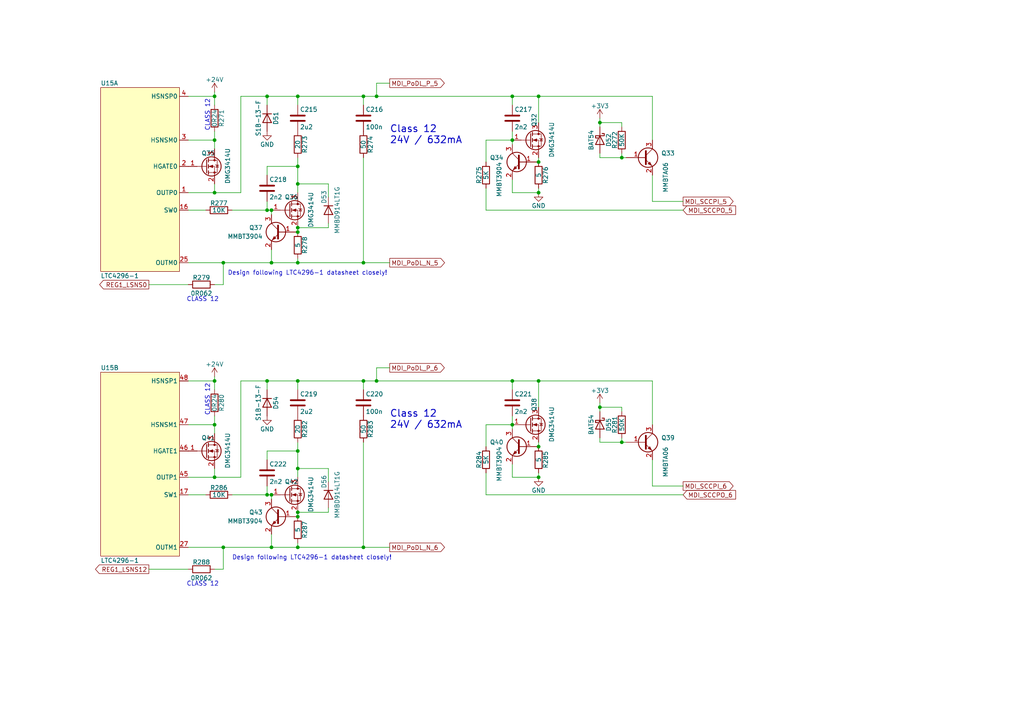
<source format=kicad_sch>
(kicad_sch (version 20211123) (generator eeschema)
  (paper "A4")
  (title_block (title "Open Hardware 10Base-T1L Switch") (date "2023-04-07") (rev "REV A") (company "Peter Heinrich") (comment 1 "Open Hardware License CERN-OHL-P v2") (comment 2 "https://github.com/peterheinrich/Open_10Base-T1L_Switch"))
  (lib_symbols
    (symbol "Device:C" (pin_numbers hide) (pin_names (offset 0.254))
      (property "Reference" "C" (at 0.635 2.54 0))
      (property "Value" "C" (at 0.635 -2.54 0))
      (symbol "C_0_1"
        (polyline (pts (xy -2.032 -0.762) (xy 2.032 -0.762)) (stroke (width 0.508)))
        (polyline (pts (xy -2.032 0.762) (xy 2.032 0.762)) (stroke (width 0.508)))
      )
      (symbol "C_1_1"
        (pin passive line (at 0 3.81 270) (length 2.794) (name "~") (number "1"))
        (pin passive line (at 0 -3.81 90) (length 2.794) (name "~") (number "2"))
      )
    )
    (symbol "Device:D" (pin_numbers hide) (pin_names (offset 1.016) hide)
      (property "Reference" "D" (at 0 2.54 0))
      (property "Value" "D" (at 0 -2.54 0))
      (symbol "D_0_1"
        (polyline (pts (xy -1.27 1.27) (xy -1.27 -1.27)) (stroke (width 0.254)))
        (polyline (pts (xy 1.27 0) (xy -1.27 0)))
        (polyline (pts (xy 1.27 1.27) (xy 1.27 -1.27) (xy -1.27 0) (xy 1.27 1.27)) (stroke (width 0.254)))
      )
      (symbol "D_1_1"
        (pin passive line (at -3.81 0 0) (length 2.54) (name "K") (number "1"))
        (pin passive line (at 3.81 0 180) (length 2.54) (name "A") (number "2"))
      )
    )
    (symbol "Device:D_Schottky" (pin_numbers hide) (pin_names (offset 1.016) hide)
      (property "Reference" "D" (at 0 2.54 0))
      (property "Value" "D_Schottky" (at 0 -2.54 0))
      (symbol "D_Schottky_0_1"
        (polyline (pts (xy 1.27 0) (xy -1.27 0)))
        (polyline (pts (xy 1.27 1.27) (xy 1.27 -1.27) (xy -1.27 0) (xy 1.27 1.27)) (stroke (width 0.254)))
        (polyline (pts (xy -1.905 0.635) (xy -1.905 1.27) (xy -1.27 1.27) (xy -1.27 -1.27) (xy -0.635 -1.27) (xy -0.635 -0.635)) (stroke (width 0.254)))
      )
      (symbol "D_Schottky_1_1"
        (pin passive line (at -3.81 0 0) (length 2.54) (name "K") (number "1"))
        (pin passive line (at 3.81 0 180) (length 2.54) (name "A") (number "2"))
      )
    )
    (symbol "Device:Q_NMOS_GSD" (pin_names (offset 0) hide)
      (property "Reference" "Q" (at 5.08 1.27 0))
      (property "Value" "Q_NMOS_GSD" (at 5.08 -1.27 0))
      (symbol "Q_NMOS_GSD_0_1"
        (polyline (pts (xy 0.254 0) (xy -2.54 0)))
        (polyline (pts (xy 0.254 1.905) (xy 0.254 -1.905)) (stroke (width 0.254)))
        (polyline (pts (xy 0.762 -1.27) (xy 0.762 -2.286)) (stroke (width 0.254)))
        (polyline (pts (xy 0.762 0.508) (xy 0.762 -0.508)) (stroke (width 0.254)))
        (polyline (pts (xy 0.762 2.286) (xy 0.762 1.27)) (stroke (width 0.254)))
        (polyline (pts (xy 2.54 2.54) (xy 2.54 1.778)))
        (polyline (pts (xy 2.54 -2.54) (xy 2.54 0) (xy 0.762 0)))
        (polyline (pts (xy 0.762 -1.778) (xy 3.302 -1.778) (xy 3.302 1.778) (xy 0.762 1.778)))
        (polyline (pts (xy 1.016 0) (xy 2.032 0.381) (xy 2.032 -0.381) (xy 1.016 0)) (fill (type outline)))
        (polyline (pts (xy 2.794 0.508) (xy 2.921 0.381) (xy 3.683 0.381) (xy 3.81 0.254)))
        (polyline (pts (xy 3.302 0.381) (xy 2.921 -0.254) (xy 3.683 -0.254) (xy 3.302 0.381)))
        (circle (center 1.651 0) (radius 2.794) (stroke (width 0.254)))
        (circle (center 2.54 -1.778) (radius 0.254) (fill (type outline)))
        (circle (center 2.54 1.778) (radius 0.254) (fill (type outline)))
      )
      (symbol "Q_NMOS_GSD_1_1"
        (pin input line (at -5.08 0 0) (length 2.54) (name "G") (number "1"))
        (pin passive line (at 2.54 -5.08 90) (length 2.54) (name "S") (number "2"))
        (pin passive line (at 2.54 5.08 270) (length 2.54) (name "D") (number "3"))
      )
    )
    (symbol "Device:Q_NPN_BEC" (pin_names (offset 0) hide)
      (property "Reference" "Q" (at 5.08 1.27 0))
      (property "Value" "Q_NPN_BEC" (at 5.08 -1.27 0))
      (symbol "Q_NPN_BEC_0_1"
        (polyline (pts (xy 0.635 0.635) (xy 2.54 2.54)))
        (polyline (pts (xy 0.635 -0.635) (xy 2.54 -2.54) (xy 2.54 -2.54)))
        (polyline (pts (xy 0.635 1.905) (xy 0.635 -1.905) (xy 0.635 -1.905)) (stroke (width 0.508)))
        (polyline (pts (xy 1.27 -1.778) (xy 1.778 -1.27) (xy 2.286 -2.286) (xy 1.27 -1.778) (xy 1.27 -1.778)) (fill (type outline)))
        (circle (center 1.27 0) (radius 2.8194) (stroke (width 0.254)))
      )
      (symbol "Q_NPN_BEC_1_1"
        (pin input line (at -5.08 0 0) (length 5.715) (name "B") (number "1"))
        (pin passive line (at 2.54 -5.08 90) (length 2.54) (name "E") (number "2"))
        (pin passive line (at 2.54 5.08 270) (length 2.54) (name "C") (number "3"))
      )
    )
    (symbol "Device:R" (pin_numbers hide) (pin_names (offset 0))
      (property "Reference" "R" (at 2.032 0 90))
      (property "Value" "R" (at 0 0 90))
      (symbol "R_0_1"
        (rectangle (start -1.016 -2.54) (end 1.016 2.54) (stroke (width 0.254)))
      )
      (symbol "R_1_1"
        (pin passive line (at 0 3.81 270) (length 1.27) (name "~") (number "1"))
        (pin passive line (at 0 -3.81 90) (length 1.27) (name "~") (number "2"))
      )
    )
    (symbol "LTC4296-1:LTC4296-1"
      (property "Reference" "U" (at 0 1.27 0))
      (property "Value" "LTC4296-1" (at 0 -54.61 0))
      (symbol "LTC4296-1_0_1"
        (rectangle (start 0 0) (end 22.86 -53.34) (fill (type background)))
      )
      (symbol "LTC4296-1_1_1"
        (pin output line (at 25.4 -30.48 180) (length 2.54) (name "OUTP0") (number "1"))
        (pin output line (at 25.4 -35.56 180) (length 2.54) (name "SW0") (number "16"))
        (pin output line (at 25.4 -22.86 180) (length 2.54) (name "HGATE0") (number "2"))
        (pin output line (at 25.4 -50.8 180) (length 2.54) (name "OUTM0") (number "25"))
        (pin input line (at 25.4 -15.24 180) (length 2.54) (name "HSNSM0") (number "3"))
        (pin input line (at 25.4 -2.54 180) (length 2.54) (name "HSNSP0") (number "4"))
      )
      (symbol "LTC4296-1_2_1"
        (pin output line (at 25.4 -35.56 180) (length 2.54) (name "SW1") (number "17"))
        (pin output line (at 25.4 -50.8 180) (length 2.54) (name "OUTM1") (number "27"))
        (pin output line (at 25.4 -30.48 180) (length 2.54) (name "OUTP1") (number "45"))
        (pin output line (at 25.4 -22.86 180) (length 2.54) (name "HGATE1") (number "46"))
        (pin input line (at 25.4 -15.24 180) (length 2.54) (name "HSNSM1") (number "47"))
        (pin input line (at 25.4 -2.54 180) (length 2.54) (name "HSNSP1") (number "48"))
      )
      (symbol "LTC4296-1_3_1"
        (pin output line (at 25.4 -35.56 180) (length 2.54) (name "SW2") (number "18"))
        (pin output line (at 25.4 -50.8 180) (length 2.54) (name "OUTM2") (number "29"))
        (pin output line (at 25.4 -30.48 180) (length 2.54) (name "OUTP2") (number "41"))
        (pin output line (at 25.4 -22.86 180) (length 2.54) (name "HGATE2") (number "42"))
        (pin input line (at 25.4 -15.24 180) (length 2.54) (name "HSNSM2") (number "43"))
        (pin input line (at 25.4 -2.54 180) (length 2.54) (name "HSNSP2") (number "44"))
      )
      (symbol "LTC4296-1_4_1"
        (pin output line (at 25.4 -35.56 180) (length 2.54) (name "SW3") (number "19"))
        (pin output line (at 25.4 -50.8 180) (length 2.54) (name "OUTM3") (number "30"))
        (pin output line (at 25.4 -30.48 180) (length 2.54) (name "OUTP3") (number "37"))
        (pin output line (at 25.4 -22.86 180) (length 2.54) (name "HGATE3") (number "38"))
        (pin input line (at 25.4 -15.24 180) (length 2.54) (name "HSNSM3") (number "39"))
        (pin input line (at 25.4 -2.54 180) (length 2.54) (name "HSNSP3") (number "40"))
      )
      (symbol "LTC4296-1_5_1"
        (pin output line (at 25.4 -35.56 180) (length 2.54) (name "SW4") (number "20"))
        (pin output line (at 25.4 -50.8 180) (length 2.54) (name "OUTM4") (number "32"))
        (pin output line (at 25.4 -30.48 180) (length 2.54) (name "OUTP4") (number "33"))
        (pin output line (at 25.4 -22.86 180) (length 2.54) (name "HGATE4") (number "34"))
        (pin input line (at 25.4 -15.24 180) (length 2.54) (name "HSNSM4") (number "35"))
        (pin input line (at 25.4 -2.54 180) (length 2.54) (name "HSNSP4") (number "36"))
      )
      (symbol "LTC4296-1_6_1"
        (pin output line (at -2.54 -20.32 0) (length 2.54) (name "SDO") (number "10"))
        (pin input line (at -2.54 -15.24 0) (length 2.54) (name "SCK") (number "11"))
        (pin input line (at -2.54 -22.86 0) (length 2.54) (name "nCS") (number "12"))
        (pin input line (at 25.4 -2.54 180) (length 2.54) (name "AUTO") (number "13"))
        (pin bidirectional line (at 25.4 -5.08 180) (length 2.54) (name "WAKEUP") (number "14"))
        (pin input line (at 25.4 -17.78 180) (length 2.54) (name "NC") (number "15"))
        (pin power_in line (at -2.54 -38.1 0) (length 2.54) (name "GND") (number "21"))
        (pin input line (at -2.54 -25.4 0) (length 2.54) (name "RT") (number "22"))
        (pin output line (at -2.54 -50.8 0) (length 2.54) (name "LGATE") (number "23"))
        (pin input line (at -2.54 -43.18 0) (length 2.54) (name "LSRC") (number "24"))
        (pin input line (at 25.4 -45.72 180) (length 2.54) (name "LSNS0") (number "26"))
        (pin input line (at 25.4 -48.26 180) (length 2.54) (name "LSNS1/LSNS2") (number "28"))
        (pin input line (at 25.4 -50.8 180) (length 2.54) (name "LSNS3/LSNS4") (number "31"))
        (pin power_in line (at -2.54 -40.64 0) (length 2.54) (name "GND") (number "49"))
        (pin input line (at 25.4 -15.24 180) (length 2.54) (name "NC") (number "5"))
        (pin power_in line (at -2.54 -2.54 0) (length 2.54) (name "IN") (number "6"))
        (pin bidirectional line (at -2.54 -10.16 0) (length 2.54) (name "CPO") (number "7"))
        (pin bidirectional line (at 25.4 -7.62 180) (length 2.54) (name "INT") (number "8"))
        (pin input line (at -2.54 -17.78 0) (length 2.54) (name "SDI") (number "9"))
      )
    )
    (symbol "power:+24V" (power) (pin_names (offset 0))
      (property "Value" "+24V" (at 0 3.556 0))
      (symbol "+24V_0_1"
        (polyline (pts (xy -0.762 1.27) (xy 0 2.54)))
        (polyline (pts (xy 0 0) (xy 0 2.54)))
        (polyline (pts (xy 0 2.54) (xy 0.762 1.27)))
      )
      (symbol "+24V_1_1"
        (pin power_in line (at 0 0 90) (length 0) hide (name "+24V") (number "1"))
      )
    )
    (symbol "power:+3V3" (power) (pin_names (offset 0))
      (property "Value" "+3V3" (at 0 3.556 0))
      (symbol "+3V3_0_1"
        (polyline (pts (xy -0.762 1.27) (xy 0 2.54)))
        (polyline (pts (xy 0 0) (xy 0 2.54)))
        (polyline (pts (xy 0 2.54) (xy 0.762 1.27)))
      )
      (symbol "+3V3_1_1"
        (pin power_in line (at 0 0 90) (length 0) hide (name "+3V3") (number "1"))
      )
    )
    (symbol "power:GND" (power) (pin_names (offset 0))
      (property "Value" "GND" (at 0 -3.81 0))
      (symbol "GND_0_1"
        (polyline (pts (xy 0 0) (xy 0 -1.27) (xy 1.27 -1.27) (xy 0 -2.54) (xy -1.27 -1.27) (xy 0 -1.27)))
      )
      (symbol "GND_1_1"
        (pin power_in line (at 0 0 270) (length 0) hide (name "GND") (number "1"))
      )
    )
  )
  (junction (at 86.36 149.86))
  (junction (at 78.74 60.96))
  (junction (at 156.21 55.88))
  (junction (at 105.41 110.49))
  (junction (at 105.41 27.94))
  (junction (at 105.41 158.75))
  (junction (at 78.74 76.2))
  (junction (at 77.47 143.51))
  (junction (at 148.59 27.94))
  (junction (at 180.34 45.72))
  (junction (at 62.23 55.88))
  (junction (at 180.34 128.27))
  (junction (at 148.59 40.64))
  (junction (at 86.36 66.04))
  (junction (at 62.23 110.49))
  (junction (at 78.74 143.51))
  (junction (at 86.36 110.49))
  (junction (at 77.47 60.96))
  (junction (at 64.77 76.2))
  (junction (at 109.22 110.49))
  (junction (at 86.36 48.26))
  (junction (at 62.23 27.94))
  (junction (at 86.36 27.94))
  (junction (at 148.59 123.19))
  (junction (at 62.23 123.19))
  (junction (at 148.59 110.49))
  (junction (at 156.21 129.54))
  (junction (at 156.21 138.43))
  (junction (at 86.36 67.31))
  (junction (at 62.23 40.64))
  (junction (at 86.36 135.89))
  (junction (at 77.47 27.94))
  (junction (at 86.36 158.75))
  (junction (at 109.22 27.94))
  (junction (at 173.99 35.56))
  (junction (at 173.99 118.11))
  (junction (at 86.36 53.34))
  (junction (at 105.41 76.2))
  (junction (at 156.21 46.99))
  (junction (at 86.36 76.2))
  (junction (at 156.21 110.49))
  (junction (at 77.47 110.49))
  (junction (at 86.36 130.81))
  (junction (at 62.23 138.43))
  (junction (at 156.21 27.94))
  (junction (at 86.36 148.59))
  (junction (at 78.74 158.75))
  (junction (at 64.77 158.75))
  (wire (pts (xy 148.59 38.1) (xy 148.59 40.64)))
  (wire (pts (xy 156.21 27.94) (xy 156.21 35.56)))
  (wire (pts (xy 62.23 138.43) (xy 69.85 138.43)))
  (wire (pts (xy 148.59 55.88) (xy 156.21 55.88)))
  (wire (pts (xy 86.36 76.2) (xy 105.41 76.2)))
  (wire (pts (xy 156.21 54.61) (xy 156.21 55.88)))
  (wire (pts (xy 105.41 110.49) (xy 105.41 113.03)))
  (wire (pts (xy 105.41 27.94) (xy 105.41 30.48)))
  (wire (pts (xy 148.59 138.43) (xy 156.21 138.43)))
  (wire (pts (xy 86.36 110.49) (xy 86.36 113.03)))
  (wire (pts (xy 86.36 130.81) (xy 86.36 135.89)))
  (wire (pts (xy 148.59 41.91) (xy 148.59 40.64)))
  (wire (pts (xy 180.34 128.27) (xy 173.99 128.27)))
  (wire (pts (xy 86.36 148.59) (xy 95.25 148.59)))
  (wire (pts (xy 54.61 27.94) (xy 62.23 27.94)))
  (wire (pts (xy 77.47 143.51) (xy 78.74 143.51)))
  (wire (pts (xy 95.25 147.32) (xy 95.25 148.59)))
  (wire (pts (xy 95.25 57.15) (xy 95.25 53.34)))
  (wire (pts (xy 86.36 158.75) (xy 105.41 158.75)))
  (wire (pts (xy 54.61 143.51) (xy 59.69 143.51)))
  (wire (pts (xy 77.47 50.8) (xy 77.47 48.26)))
  (wire (pts (xy 86.36 53.34) (xy 95.25 53.34)))
  (wire (pts (xy 77.47 60.96) (xy 78.74 60.96)))
  (wire (pts (xy 95.25 64.77) (xy 95.25 66.04)))
  (wire (pts (xy 77.47 140.97) (xy 77.47 143.51)))
  (wire (pts (xy 140.97 60.96) (xy 198.12 60.96)))
  (wire (pts (xy 69.85 55.88) (xy 69.85 27.94)))
  (wire (pts (xy 86.36 45.72) (xy 86.36 48.26)))
  (wire (pts (xy 140.97 129.54) (xy 140.97 123.19)))
  (wire (pts (xy 54.61 110.49) (xy 62.23 110.49)))
  (wire (pts (xy 54.61 158.75) (xy 64.77 158.75)))
  (wire (pts (xy 148.59 113.03) (xy 148.59 110.49)))
  (wire (pts (xy 148.59 30.48) (xy 148.59 27.94)))
  (wire (pts (xy 156.21 46.99) (xy 156.21 45.72)))
  (wire (pts (xy 173.99 119.38) (xy 173.99 118.11)))
  (wire (pts (xy 105.41 27.94) (xy 109.22 27.94)))
  (wire (pts (xy 181.61 128.27) (xy 180.34 128.27)))
  (wire (pts (xy 78.74 144.78) (xy 78.74 143.51)))
  (wire (pts (xy 86.36 48.26) (xy 86.36 53.34)))
  (wire (pts (xy 109.22 27.94) (xy 148.59 27.94)))
  (wire (pts (xy 86.36 149.86) (xy 86.36 148.59)))
  (wire (pts (xy 180.34 35.56) (xy 180.34 36.83)))
  (wire (pts (xy 62.23 40.64) (xy 54.61 40.64)))
  (wire (pts (xy 189.23 50.8) (xy 189.23 58.42)))
  (wire (pts (xy 148.59 110.49) (xy 156.21 110.49)))
  (wire (pts (xy 180.34 127) (xy 180.34 128.27)))
  (wire (pts (xy 109.22 106.68) (xy 109.22 110.49)))
  (wire (pts (xy 181.61 45.72) (xy 180.34 45.72)))
  (wire (pts (xy 54.61 138.43) (xy 62.23 138.43)))
  (wire (pts (xy 148.59 27.94) (xy 156.21 27.94)))
  (wire (pts (xy 86.36 74.93) (xy 86.36 76.2)))
  (wire (pts (xy 77.47 130.81) (xy 86.36 130.81)))
  (wire (pts (xy 105.41 110.49) (xy 109.22 110.49)))
  (wire (pts (xy 173.99 128.27) (xy 173.99 127)))
  (wire (pts (xy 64.77 76.2) (xy 78.74 76.2)))
  (wire (pts (xy 109.22 24.13) (xy 109.22 27.94)))
  (wire (pts (xy 86.36 135.89) (xy 95.25 135.89)))
  (wire (pts (xy 86.36 66.04) (xy 95.25 66.04)))
  (wire (pts (xy 43.18 82.55) (xy 54.61 82.55)))
  (wire (pts (xy 173.99 118.11) (xy 180.34 118.11)))
  (wire (pts (xy 62.23 123.19) (xy 54.61 123.19)))
  (wire (pts (xy 78.74 76.2) (xy 86.36 76.2)))
  (wire (pts (xy 77.47 133.35) (xy 77.47 130.81)))
  (wire (pts (xy 62.23 38.1) (xy 62.23 40.64)))
  (wire (pts (xy 95.25 139.7) (xy 95.25 135.89)))
  (wire (pts (xy 173.99 36.83) (xy 173.99 35.56)))
  (wire (pts (xy 156.21 110.49) (xy 156.21 118.11)))
  (wire (pts (xy 77.47 110.49) (xy 77.47 113.03)))
  (wire (pts (xy 173.99 45.72) (xy 173.99 44.45)))
  (wire (pts (xy 62.23 40.64) (xy 62.23 43.18)))
  (wire (pts (xy 180.34 45.72) (xy 173.99 45.72)))
  (wire (pts (xy 78.74 158.75) (xy 86.36 158.75)))
  (wire (pts (xy 86.36 27.94) (xy 86.36 30.48)))
  (wire (pts (xy 140.97 143.51) (xy 198.12 143.51)))
  (wire (pts (xy 62.23 110.49) (xy 62.23 113.03)))
  (wire (pts (xy 140.97 123.19) (xy 148.59 123.19)))
  (wire (pts (xy 62.23 120.65) (xy 62.23 123.19)))
  (wire (pts (xy 62.23 138.43) (xy 62.23 135.89)))
  (wire (pts (xy 173.99 116.84) (xy 173.99 118.11)))
  (wire (pts (xy 113.03 106.68) (xy 109.22 106.68)))
  (wire (pts (xy 140.97 40.64) (xy 148.59 40.64)))
  (wire (pts (xy 62.23 109.22) (xy 62.23 110.49)))
  (wire (pts (xy 54.61 76.2) (xy 64.77 76.2)))
  (wire (pts (xy 148.59 124.46) (xy 148.59 123.19)))
  (wire (pts (xy 62.23 26.67) (xy 62.23 27.94)))
  (wire (pts (xy 156.21 110.49) (xy 189.23 110.49)))
  (wire (pts (xy 109.22 110.49) (xy 148.59 110.49)))
  (wire (pts (xy 105.41 158.75) (xy 105.41 128.27)))
  (wire (pts (xy 62.23 55.88) (xy 69.85 55.88)))
  (wire (pts (xy 86.36 27.94) (xy 105.41 27.94)))
  (wire (pts (xy 64.77 165.1) (xy 64.77 158.75)))
  (wire (pts (xy 86.36 157.48) (xy 86.36 158.75)))
  (wire (pts (xy 156.21 27.94) (xy 189.23 27.94)))
  (wire (pts (xy 77.47 27.94) (xy 86.36 27.94)))
  (wire (pts (xy 62.23 123.19) (xy 62.23 125.73)))
  (wire (pts (xy 86.36 128.27) (xy 86.36 130.81)))
  (wire (pts (xy 78.74 62.23) (xy 78.74 60.96)))
  (wire (pts (xy 86.36 53.34) (xy 86.36 55.88)))
  (wire (pts (xy 86.36 135.89) (xy 86.36 138.43)))
  (wire (pts (xy 173.99 35.56) (xy 180.34 35.56)))
  (wire (pts (xy 62.23 82.55) (xy 64.77 82.55)))
  (wire (pts (xy 62.23 27.94) (xy 62.23 30.48)))
  (wire (pts (xy 180.34 118.11) (xy 180.34 119.38)))
  (wire (pts (xy 62.23 55.88) (xy 62.23 53.34)))
  (wire (pts (xy 77.47 48.26) (xy 86.36 48.26)))
  (wire (pts (xy 105.41 76.2) (xy 105.41 45.72)))
  (wire (pts (xy 86.36 67.31) (xy 86.36 66.04)))
  (wire (pts (xy 140.97 137.16) (xy 140.97 143.51)))
  (wire (pts (xy 189.23 133.35) (xy 189.23 140.97)))
  (wire (pts (xy 54.61 55.88) (xy 62.23 55.88)))
  (wire (pts (xy 64.77 158.75) (xy 78.74 158.75)))
  (wire (pts (xy 148.59 120.65) (xy 148.59 123.19)))
  (wire (pts (xy 140.97 54.61) (xy 140.97 60.96)))
  (wire (pts (xy 43.18 165.1) (xy 54.61 165.1)))
  (wire (pts (xy 77.47 110.49) (xy 86.36 110.49)))
  (wire (pts (xy 69.85 138.43) (xy 69.85 110.49)))
  (wire (pts (xy 78.74 154.94) (xy 78.74 158.75)))
  (wire (pts (xy 140.97 46.99) (xy 140.97 40.64)))
  (wire (pts (xy 189.23 58.42) (xy 198.12 58.42)))
  (wire (pts (xy 69.85 27.94) (xy 77.47 27.94)))
  (wire (pts (xy 64.77 82.55) (xy 64.77 76.2)))
  (wire (pts (xy 67.31 60.96) (xy 77.47 60.96)))
  (wire (pts (xy 156.21 137.16) (xy 156.21 138.43)))
  (wire (pts (xy 86.36 110.49) (xy 105.41 110.49)))
  (wire (pts (xy 77.47 27.94) (xy 77.47 30.48)))
  (wire (pts (xy 189.23 27.94) (xy 189.23 40.64)))
  (wire (pts (xy 105.41 158.75) (xy 113.03 158.75)))
  (wire (pts (xy 54.61 60.96) (xy 59.69 60.96)))
  (wire (pts (xy 148.59 52.07) (xy 148.59 55.88)))
  (wire (pts (xy 78.74 72.39) (xy 78.74 76.2)))
  (wire (pts (xy 156.21 129.54) (xy 156.21 128.27)))
  (wire (pts (xy 105.41 76.2) (xy 113.03 76.2)))
  (wire (pts (xy 173.99 34.29) (xy 173.99 35.56)))
  (wire (pts (xy 189.23 110.49) (xy 189.23 123.19)))
  (wire (pts (xy 77.47 58.42) (xy 77.47 60.96)))
  (wire (pts (xy 113.03 24.13) (xy 109.22 24.13)))
  (wire (pts (xy 189.23 140.97) (xy 198.12 140.97)))
  (wire (pts (xy 180.34 44.45) (xy 180.34 45.72)))
  (wire (pts (xy 69.85 110.49) (xy 77.47 110.49)))
  (wire (pts (xy 148.59 134.62) (xy 148.59 138.43)))
  (wire (pts (xy 62.23 165.1) (xy 64.77 165.1)))
  (wire (pts (xy 67.31 143.51) (xy 77.47 143.51)))
  (text "CLASS 12" (at 60.96 120.65 90) (effects (font (size 1.27 1.27)) (justify left bottom)))
  (text "CLASS 12" (at 60.96 38.1 90) (effects (font (size 1.27 1.27)) (justify left bottom)))
  (text "CLASS 12\n" (at 63.5 170.18 180) (effects (font (size 1.27 1.27)) (justify right bottom)))
  (text "Design following LTC4296-1 datasheet closely!" (at 66.04 80.01 0) (effects (font (size 1.27 1.27)) (justify left bottom)))
  (text "Class 12\n24V / 632mA" (at 113.03 124.46 0) (effects (font (size 2 2) (thickness 0.254) bold) (justify left bottom)))
  (text "Class 12\n24V / 632mA" (at 113.03 41.91 0) (effects (font (size 2 2) (thickness 0.254) bold) (justify left bottom)))
  (text "CLASS 12\n" (at 63.5 87.63 180) (effects (font (size 1.27 1.27)) (justify right bottom)))
  (text "Design following LTC4296-1 datasheet closely!" (at 67.31 162.56 0) (effects (font (size 1.27 1.27)) (justify left bottom)))
  (global_label "MDI_PoDL_N_6" (shape output) (at 113.03 158.75 0) (property "Intersheet References" "${INTERSHEET_REFS}" (effects hide)))
  (global_label "MDI_SCCPO_6" (shape input) (at 198.12 143.51 0) (property "Intersheet References" "${INTERSHEET_REFS}" (effects hide)))
  (global_label "REG1_LSNS12" (shape output) (at 43.18 165.1 180) (property "Intersheet References" "${INTERSHEET_REFS}" (effects hide)))
  (global_label "REG1_LSNS0" (shape output) (at 43.18 82.55 180) (property "Intersheet References" "${INTERSHEET_REFS}" (effects hide)))
  (global_label "MDI_PoDL_N_5" (shape output) (at 113.03 76.2 0) (property "Intersheet References" "${INTERSHEET_REFS}" (effects hide)))
  (global_label "MDI_SCCPO_5" (shape input) (at 198.12 60.96 0) (property "Intersheet References" "${INTERSHEET_REFS}" (effects hide)))
  (global_label "MDI_SCCPI_5" (shape output) (at 198.12 58.42 0) (property "Intersheet References" "${INTERSHEET_REFS}" (effects hide)))
  (global_label "MDI_SCCPI_6" (shape output) (at 198.12 140.97 0) (property "Intersheet References" "${INTERSHEET_REFS}" (effects hide)))
  (global_label "MDI_PoDL_P_5" (shape output) (at 113.03 24.13 0) (property "Intersheet References" "${INTERSHEET_REFS}" (effects hide)))
  (global_label "MDI_PoDL_P_6" (shape output) (at 113.03 106.68 0) (property "Intersheet References" "${INTERSHEET_REFS}" (effects hide)))
  (symbol (lib_id "power:GND") (at 156.21 55.88 0) (unit 1)
    (property "Reference" "#PWR0212" (effects hide))
    (property "Value" "GND" (at 156.21 59.69 0))
  )
  (symbol (lib_id "power:+24V") (at 62.23 109.22 0) (unit 1)
    (property "Reference" "#PWR0213" (effects hide))
    (property "Value" "+24V" (at 62.23 105.664 0))
  )
  (symbol (lib_id "Device:C") (at 105.41 34.29 0) (unit 1)
    (property "Reference" "C216" (at 106.045 31.75 0) (effects (justify left)))
    (property "Value" "100n" (at 106.045 36.83 0) (effects (justify left)))
    (property "Footprint" "Capacitor_SMD:C_0603_1608Metric" (effects hide))
  )
  (symbol (lib_id "Device:Q_NMOS_GSD") (at 83.82 143.51 0) (unit 1)
    (property "Reference" "Q42" (at 82.55 139.7 0) (effects (justify left)))
    (property "Value" "DMG3414U" (at 90.17 148.59 90) (effects (justify left)))
    (property "Footprint" "Package_TO_SOT_SMD:SOT-23" (effects hide))
  )
  (symbol (lib_id "Device:D") (at 95.25 60.96 270) (unit 1)
    (property "Reference" "D53" (at 93.98 57.15 0))
    (property "Value" "MMBD914LT1G" (at 97.79 60.96 0))
    (property "Footprint" "MMBD914L:SOT-23-DIODE" (effects hide))
  )
  (symbol (lib_id "Device:Q_NMOS_GSD") (at 153.67 123.19 0) (unit 1)
    (property "Reference" "Q38" (at 154.94 119.38 90) (effects (justify left)))
    (property "Value" "DMG3414U" (at 160.02 128.27 90) (effects (justify left)))
    (property "Footprint" "Package_TO_SOT_SMD:SOT-23" (effects hide))
  )
  (symbol (lib_id "Device:Q_NMOS_GSD") (at 153.67 40.64 0) (unit 1)
    (property "Reference" "Q32" (at 154.94 36.83 90) (effects (justify left)))
    (property "Value" "DMG3414U" (at 160.02 45.72 90) (effects (justify left)))
    (property "Footprint" "Package_TO_SOT_SMD:SOT-23" (effects hide))
  )
  (symbol (lib_id "Device:R") (at 180.34 123.19 180) (unit 1)
    (property "Reference" "R281" (at 178.308 123.19 90))
    (property "Value" "50K" (at 180.34 123.19 90))
    (property "Footprint" "Resistor_SMD:R_0603_1608Metric" (effects hide))
  )
  (symbol (lib_id "Device:R") (at 140.97 50.8 180) (unit 1)
    (property "Reference" "R275" (at 138.938 50.8 90))
    (property "Value" "5K" (at 140.97 50.8 90))
    (property "Footprint" "Resistor_SMD:R_0603_1608Metric" (effects hide))
  )
  (symbol (lib_id "Device:C") (at 86.36 34.29 0) (unit 1)
    (property "Reference" "C215" (at 86.995 31.75 0) (effects (justify left)))
    (property "Value" "2u2" (at 86.995 36.83 0) (effects (justify left)))
    (property "Footprint" "Capacitor_SMD:C_0603_1608Metric" (effects hide))
  )
  (symbol (lib_id "Device:Q_NPN_BEC") (at 151.13 46.99 0) (mirror y) (unit 1)
    (property "Reference" "Q34" (at 146.05 45.72 0) (effects (justify left)))
    (property "Value" "MMBT3904" (at 144.78 57.15 90) (effects (justify left)))
    (property "Footprint" "Package_TO_SOT_SMD:SOT-23" (effects hide))
  )
  (symbol (lib_id "power:+24V") (at 62.23 26.67 0) (unit 1)
    (property "Reference" "#PWR0209" (effects hide))
    (property "Value" "+24V" (at 62.23 23.114 0))
  )
  (symbol (lib_id "Device:R") (at 63.5 60.96 90) (unit 1)
    (property "Reference" "R277" (at 63.5 58.928 90))
    (property "Value" "10K" (at 63.5 60.96 90))
    (property "Footprint" "Resistor_SMD:R_0603_1608Metric" (effects hide))
  )
  (symbol (lib_id "Device:Q_NPN_BEC") (at 151.13 129.54 0) (mirror y) (unit 1)
    (property "Reference" "Q40" (at 146.05 128.27 0) (effects (justify left)))
    (property "Value" "MMBT3904" (at 144.78 139.7 90) (effects (justify left)))
    (property "Footprint" "Package_TO_SOT_SMD:SOT-23" (effects hide))
  )
  (symbol (lib_id "LTC4296-1:LTC4296-1") (at 29.21 25.4 0) (unit 1)
    (property "Reference" "U15" (at 29.21 24.13 0) (effects (justify left)))
    (property "Value" "LTC4296-1" (at 29.21 80.01 0) (effects (justify left)))
    (property "Footprint" "Package_DFN_QFN:QFN-48-1EP_7x7mm_P0.5mm_EP5.3x5.3mm_ThermalVias" (effects hide))
    (property "Datasheet" "https://www.analog.com/media/en/technical-documentation/data-sheets/ltc4296-1.pdf" (effects hide))
  )
  (symbol (lib_id "Device:C") (at 86.36 116.84 0) (unit 1)
    (property "Reference" "C219" (at 86.995 114.3 0) (effects (justify left)))
    (property "Value" "2u2" (at 86.995 119.38 0) (effects (justify left)))
    (property "Footprint" "Capacitor_SMD:C_0603_1608Metric" (effects hide))
  )
  (symbol (lib_id "Device:C") (at 77.47 54.61 0) (unit 1)
    (property "Reference" "C218" (at 78.105 52.07 0) (effects (justify left)))
    (property "Value" "2n2" (at 78.105 57.15 0) (effects (justify left)))
    (property "Footprint" "Capacitor_SMD:C_0603_1608Metric" (effects hide))
  )
  (symbol (lib_id "Device:R") (at 105.41 124.46 0) (unit 1)
    (property "Reference" "R283" (at 107.442 124.46 90))
    (property "Value" "50" (at 105.41 124.46 90))
    (property "Footprint" "Resistor_SMD:R_1206_3216Metric" (effects hide))
  )
  (symbol (lib_id "Device:Q_NMOS_GSD") (at 59.69 48.26 0) (unit 1)
    (property "Reference" "Q35" (at 58.42 44.45 0) (effects (justify left)))
    (property "Value" "DMG3414U" (at 66.04 53.34 90) (effects (justify left)))
    (property "Footprint" "Package_TO_SOT_SMD:SOT-23" (effects hide))
  )
  (symbol (lib_id "Device:R") (at 156.21 50.8 0) (unit 1)
    (property "Reference" "R276" (at 158.242 50.8 90))
    (property "Value" "5" (at 156.21 50.8 90))
    (property "Footprint" "Resistor_SMD:R_1206_3216Metric" (effects hide))
  )
  (symbol (lib_id "Device:R") (at 86.36 41.91 0) (unit 1)
    (property "Reference" "R273" (at 88.392 41.91 90))
    (property "Value" "20" (at 86.36 41.91 90))
    (property "Footprint" "Resistor_SMD:R_1206_3216Metric" (effects hide))
  )
  (symbol (lib_id "Device:C") (at 105.41 116.84 0) (unit 1)
    (property "Reference" "C220" (at 106.045 114.3 0) (effects (justify left)))
    (property "Value" "100n" (at 106.045 119.38 0) (effects (justify left)))
    (property "Footprint" "Capacitor_SMD:C_0603_1608Metric" (effects hide))
  )
  (symbol (lib_id "Device:Q_NPN_BEC") (at 186.69 128.27 0) (unit 1)
    (property "Reference" "Q39" (at 191.77 127 0) (effects (justify left)))
    (property "Value" "MMBTA06" (at 193.04 138.43 90) (effects (justify left)))
    (property "Footprint" "Package_TO_SOT_SMD:SOT-23" (effects hide))
  )
  (symbol (lib_id "power:GND") (at 77.47 120.65 0) (unit 1)
    (property "Reference" "#PWR0215" (effects hide))
    (property "Value" "GND" (at 77.47 124.46 0))
  )
  (symbol (lib_id "Device:R") (at 105.41 41.91 0) (unit 1)
    (property "Reference" "R274" (at 107.442 41.91 90))
    (property "Value" "50" (at 105.41 41.91 90))
    (property "Footprint" "Resistor_SMD:R_1206_3216Metric" (effects hide))
  )
  (symbol (lib_id "Device:D_Schottky") (at 173.99 40.64 270) (unit 1)
    (property "Reference" "D52" (at 176.53 40.64 0))
    (property "Value" "BAT54" (at 171.45 40.64 0))
    (property "Footprint" "BAT54:SOT-23-DIODE" (effects hide))
  )
  (symbol (lib_id "Device:R") (at 62.23 116.84 0) (unit 1)
    (property "Reference" "R280" (at 64.262 116.84 90))
    (property "Value" "0R24" (at 62.23 116.84 90))
    (property "Footprint" "Resistor_SMD:R_1206_3216Metric" (effects hide))
  )
  (symbol (lib_id "Device:C") (at 77.47 137.16 0) (unit 1)
    (property "Reference" "C222" (at 78.105 134.62 0) (effects (justify left)))
    (property "Value" "2n2" (at 78.105 139.7 0) (effects (justify left)))
    (property "Footprint" "Capacitor_SMD:C_0603_1608Metric" (effects hide))
  )
  (symbol (lib_id "LTC4296-1:LTC4296-1") (at 29.21 107.95 0) (unit 2)
    (property "Reference" "U15" (at 29.21 106.68 0) (effects (justify left)))
    (property "Value" "LTC4296-1" (at 29.21 162.56 0) (effects (justify left)))
    (property "Footprint" "Package_DFN_QFN:QFN-48-1EP_7x7mm_P0.5mm_EP5.3x5.3mm_ThermalVias" (effects hide))
    (property "Datasheet" "https://www.analog.com/media/en/technical-documentation/data-sheets/ltc4296-1.pdf" (effects hide))
  )
  (symbol (lib_id "Device:C") (at 148.59 116.84 0) (unit 1)
    (property "Reference" "C221" (at 149.225 114.3 0) (effects (justify left)))
    (property "Value" "2n2" (at 149.225 119.38 0) (effects (justify left)))
    (property "Footprint" "Capacitor_SMD:C_0603_1608Metric" (effects hide))
  )
  (symbol (lib_id "Device:Q_NPN_BEC") (at 186.69 45.72 0) (unit 1)
    (property "Reference" "Q33" (at 191.77 44.45 0) (effects (justify left)))
    (property "Value" "MMBTA06" (at 193.04 55.88 90) (effects (justify left)))
    (property "Footprint" "Package_TO_SOT_SMD:SOT-23" (effects hide))
  )
  (symbol (lib_id "Device:R") (at 62.23 34.29 0) (unit 1)
    (property "Reference" "R271" (at 64.262 34.29 90))
    (property "Value" "0R24" (at 62.23 34.29 90))
    (property "Footprint" "Resistor_SMD:R_1206_3216Metric" (effects hide))
  )
  (symbol (lib_id "power:+3V3") (at 173.99 34.29 0) (unit 1)
    (property "Reference" "#PWR0210" (effects hide))
    (property "Value" "+3V3" (at 173.99 30.734 0))
  )
  (symbol (lib_id "power:+3V3") (at 173.99 116.84 0) (unit 1)
    (property "Reference" "#PWR0214" (effects hide))
    (property "Value" "+3V3" (at 173.99 113.284 0))
  )
  (symbol (lib_id "Device:R") (at 156.21 133.35 0) (unit 1)
    (property "Reference" "R285" (at 158.242 133.35 90))
    (property "Value" "5" (at 156.21 133.35 90))
    (property "Footprint" "Resistor_SMD:R_1206_3216Metric" (effects hide))
  )
  (symbol (lib_id "power:GND") (at 156.21 138.43 0) (unit 1)
    (property "Reference" "#PWR0216" (effects hide))
    (property "Value" "GND" (at 156.21 142.24 0))
  )
  (symbol (lib_id "power:GND") (at 77.47 38.1 0) (unit 1)
    (property "Reference" "#PWR0211" (effects hide))
    (property "Value" "GND" (at 77.47 41.91 0))
  )
  (symbol (lib_id "Device:R") (at 58.42 165.1 90) (unit 1)
    (property "Reference" "R288" (at 58.42 163.068 90))
    (property "Value" "0R062" (at 58.42 167.64 90))
    (property "Footprint" "Resistor_SMD:R_1206_3216Metric" (effects hide))
  )
  (symbol (lib_id "Device:D") (at 77.47 34.29 270) (unit 1)
    (property "Reference" "D51" (at 80.01 34.29 0))
    (property "Value" "S1B-13-F" (at 74.93 34.29 0))
    (property "Footprint" "Diode_SMD:D_SMB" (effects hide))
  )
  (symbol (lib_id "Device:D") (at 95.25 143.51 270) (unit 1)
    (property "Reference" "D56" (at 93.98 139.7 0))
    (property "Value" "MMBD914LT1G" (at 97.79 143.51 0))
    (property "Footprint" "MMBD914L:SOT-23-DIODE" (effects hide))
  )
  (symbol (lib_id "Device:R") (at 86.36 124.46 0) (unit 1)
    (property "Reference" "R282" (at 88.392 124.46 90))
    (property "Value" "20" (at 86.36 124.46 90))
    (property "Footprint" "Resistor_SMD:R_1206_3216Metric" (effects hide))
  )
  (symbol (lib_id "Device:R") (at 63.5 143.51 90) (unit 1)
    (property "Reference" "R286" (at 63.5 141.478 90))
    (property "Value" "10K" (at 63.5 143.51 90))
    (property "Footprint" "Resistor_SMD:R_0603_1608Metric" (effects hide))
  )
  (symbol (lib_id "Device:D") (at 77.47 116.84 270) (unit 1)
    (property "Reference" "D54" (at 80.01 116.84 0))
    (property "Value" "S1B-13-F" (at 74.93 116.84 0))
    (property "Footprint" "Diode_SMD:D_SMB" (effects hide))
  )
  (symbol (lib_id "Device:R") (at 180.34 40.64 180) (unit 1)
    (property "Reference" "R272" (at 178.308 40.64 90))
    (property "Value" "50K" (at 180.34 40.64 90))
    (property "Footprint" "Resistor_SMD:R_0603_1608Metric" (effects hide))
  )
  (symbol (lib_id "Device:R") (at 140.97 133.35 180) (unit 1)
    (property "Reference" "R284" (at 138.938 133.35 90))
    (property "Value" "5K" (at 140.97 133.35 90))
    (property "Footprint" "Resistor_SMD:R_0603_1608Metric" (effects hide))
  )
  (symbol (lib_id "Device:R") (at 86.36 71.12 0) (unit 1)
    (property "Reference" "R278" (at 88.392 71.12 90))
    (property "Value" "5" (at 86.36 71.12 90))
    (property "Footprint" "Resistor_SMD:R_1206_3216Metric" (effects hide))
  )
  (symbol (lib_id "Device:Q_NMOS_GSD") (at 59.69 130.81 0) (unit 1)
    (property "Reference" "Q41" (at 58.42 127 0) (effects (justify left)))
    (property "Value" "DMG3414U" (at 66.04 135.89 90) (effects (justify left)))
    (property "Footprint" "Package_TO_SOT_SMD:SOT-23" (effects hide))
  )
  (symbol (lib_id "Device:Q_NMOS_GSD") (at 83.82 60.96 0) (unit 1)
    (property "Reference" "Q36" (at 82.55 57.15 0) (effects (justify left)))
    (property "Value" "DMG3414U" (at 90.17 66.04 90) (effects (justify left)))
    (property "Footprint" "Package_TO_SOT_SMD:SOT-23" (effects hide))
  )
  (symbol (lib_id "Device:R") (at 86.36 153.67 0) (unit 1)
    (property "Reference" "R287" (at 88.392 153.67 90))
    (property "Value" "5" (at 86.36 153.67 90))
    (property "Footprint" "Resistor_SMD:R_1206_3216Metric" (effects hide))
  )
  (symbol (lib_id "Device:D_Schottky") (at 173.99 123.19 270) (unit 1)
    (property "Reference" "D55" (at 176.53 123.19 0))
    (property "Value" "BAT54" (at 171.45 123.19 0))
    (property "Footprint" "BAT54:SOT-23-DIODE" (effects hide))
  )
  (symbol (lib_id "Device:R") (at 58.42 82.55 90) (unit 1)
    (property "Reference" "R279" (at 58.42 80.518 90))
    (property "Value" "0R062" (at 58.42 85.09 90))
    (property "Footprint" "Resistor_SMD:R_1206_3216Metric" (effects hide))
  )
  (symbol (lib_id "Device:C") (at 148.59 34.29 0) (unit 1)
    (property "Reference" "C217" (at 149.225 31.75 0) (effects (justify left)))
    (property "Value" "2n2" (at 149.225 36.83 0) (effects (justify left)))
    (property "Footprint" "Capacitor_SMD:C_0603_1608Metric" (effects hide))
  )
  (symbol (lib_id "Device:Q_NPN_BEC") (at 81.28 67.31 0) (mirror y) (unit 1)
    (property "Reference" "Q37" (at 76.2 66.04 0) (effects (justify left)))
    (property "Value" "MMBT3904" (at 76.2 68.58 0) (effects (justify left)))
    (property "Footprint" "Package_TO_SOT_SMD:SOT-23" (effects hide))
  )
  (symbol (lib_id "Device:Q_NPN_BEC") (at 81.28 149.86 0) (mirror y) (unit 1)
    (property "Reference" "Q43" (at 76.2 148.59 0) (effects (justify left)))
    (property "Value" "MMBT3904" (at 76.2 151.13 0) (effects (justify left)))
    (property "Footprint" "Package_TO_SOT_SMD:SOT-23" (effects hide))
  )
)
</source>
